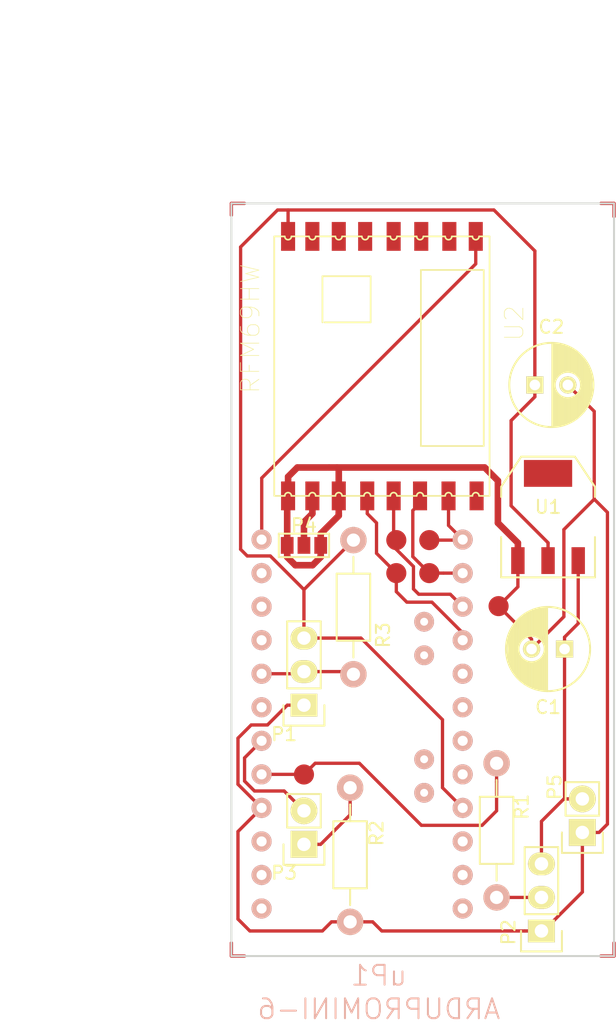
<source format=kicad_pcb>
(kicad_pcb (version 20171130) (host pcbnew "(5.1.12)-1")

  (general
    (thickness 1.6)
    (drawings 6)
    (tracks 163)
    (zones 0)
    (modules 19)
    (nets 15)
  )

  (page A4)
  (layers
    (0 F.Cu signal)
    (31 B.Cu signal)
    (32 B.Adhes user)
    (33 F.Adhes user)
    (34 B.Paste user)
    (35 F.Paste user)
    (36 B.SilkS user)
    (37 F.SilkS user)
    (38 B.Mask user)
    (39 F.Mask user)
    (40 Dwgs.User user)
    (41 Cmts.User user)
    (42 Eco1.User user)
    (43 Eco2.User user)
    (44 Edge.Cuts user)
    (45 Margin user)
    (46 B.CrtYd user)
    (47 F.CrtYd user)
    (48 B.Fab user)
    (49 F.Fab user)
  )

  (setup
    (last_trace_width 0.25)
    (trace_clearance 0.2)
    (zone_clearance 0.508)
    (zone_45_only no)
    (trace_min 0.2)
    (via_size 0.6)
    (via_drill 0.4)
    (via_min_size 0.4)
    (via_min_drill 0.3)
    (uvia_size 0.3)
    (uvia_drill 0.1)
    (uvias_allowed no)
    (uvia_min_size 0.2)
    (uvia_min_drill 0.1)
    (edge_width 0.15)
    (segment_width 0.2)
    (pcb_text_width 0.3)
    (pcb_text_size 1.5 1.5)
    (mod_edge_width 0.15)
    (mod_text_size 1 1)
    (mod_text_width 0.15)
    (pad_size 1.524 1.524)
    (pad_drill 0.762)
    (pad_to_mask_clearance 0.2)
    (aux_axis_origin 0 0)
    (visible_elements 7FFFFFFF)
    (pcbplotparams
      (layerselection 0x00030_80000001)
      (usegerberextensions false)
      (usegerberattributes true)
      (usegerberadvancedattributes true)
      (creategerberjobfile true)
      (excludeedgelayer true)
      (linewidth 1.000000)
      (plotframeref false)
      (viasonmask false)
      (mode 1)
      (useauxorigin false)
      (hpglpennumber 1)
      (hpglpenspeed 20)
      (hpglpendiameter 15.000000)
      (psnegative false)
      (psa4output false)
      (plotreference true)
      (plotvalue true)
      (plotinvisibletext false)
      (padsonsilk false)
      (subtractmaskfromsilk false)
      (outputformat 1)
      (mirror false)
      (drillshape 1)
      (scaleselection 1)
      (outputdirectory ""))
  )

  (net 0 "")
  (net 1 GND)
  (net 2 +5V)
  (net 3 "Net-(C2-Pad1)")
  (net 4 "Net-(P1-Pad2)")
  (net 5 "Net-(P2-Pad2)")
  (net 6 "Net-(P3-Pad1)")
  (net 7 "Net-(P3-Pad2)")
  (net 8 "Net-(P4-Pad2)")
  (net 9 "Net-(R1-Pad1)")
  (net 10 "Net-(U2-PadRESE)")
  (net 11 "Net-(U2-PadSCK)")
  (net 12 "Net-(U2-PadMISO)")
  (net 13 "Net-(U2-PadMOSI)")
  (net 14 "Net-(U2-PadNSS)")

  (net_class Default "This is the default net class."
    (clearance 0.2)
    (trace_width 0.25)
    (via_dia 0.6)
    (via_drill 0.4)
    (uvia_dia 0.3)
    (uvia_drill 0.1)
    (add_net +5V)
    (add_net GND)
    (add_net "Net-(C2-Pad1)")
    (add_net "Net-(P1-Pad2)")
    (add_net "Net-(P2-Pad2)")
    (add_net "Net-(P3-Pad1)")
    (add_net "Net-(P3-Pad2)")
    (add_net "Net-(P4-Pad2)")
    (add_net "Net-(R1-Pad1)")
    (add_net "Net-(U2-PadMISO)")
    (add_net "Net-(U2-PadMOSI)")
    (add_net "Net-(U2-PadNSS)")
    (add_net "Net-(U2-PadRESE)")
    (add_net "Net-(U2-PadSCK)")
  )

  (net_class RF ""
    (clearance 0.2)
    (trace_width 0.5)
    (via_dia 0.6)
    (via_drill 0.4)
    (uvia_dia 0.3)
    (uvia_drill 0.1)
  )

  (module ArduProMiniTKB:ArduProMini-6 (layer B.Cu) (tedit 5767CBCA) (tstamp 575FD055)
    (at 40.75 107.55)
    (path /575F2622)
    (fp_text reference uP1 (at 11.43 -1.27) (layer B.SilkS)
      (effects (font (size 1.5 1.5) (thickness 0.15)) (justify mirror))
    )
    (fp_text value ARDUPROMINI-6 (at 11.43 1.27) (layer B.SilkS)
      (effects (font (size 1.5 1.5) (thickness 0.15)) (justify mirror))
    )
    (pad 7 thru_hole circle (at 2.54 -6.35) (size 1.524 1.524) (drill 0.762) (layers *.Cu *.Mask B.SilkS))
    (pad 8 thru_hole circle (at 2.54 -8.89) (size 1.524 1.524) (drill 0.762) (layers *.Cu *.Mask B.SilkS))
    (pad 9 thru_hole circle (at 2.54 -11.43) (size 1.524 1.524) (drill 0.762) (layers *.Cu *.Mask B.SilkS))
    (pad 10 thru_hole circle (at 2.54 -13.97) (size 1.524 1.524) (drill 0.762) (layers *.Cu *.Mask B.SilkS)
      (net 1 GND))
    (pad 11 thru_hole circle (at 2.54 -16.51) (size 1.524 1.524) (drill 0.762) (layers *.Cu *.Mask B.SilkS)
      (net 9 "Net-(R1-Pad1)"))
    (pad 12 thru_hole circle (at 2.54 -19.05) (size 1.524 1.524) (drill 0.762) (layers *.Cu *.Mask B.SilkS)
      (net 7 "Net-(P3-Pad2)"))
    (pad 13 thru_hole circle (at 2.54 -21.59) (size 1.524 1.524) (drill 0.762) (layers *.Cu *.Mask B.SilkS))
    (pad 14 thru_hole circle (at 2.54 -24.13) (size 1.524 1.524) (drill 0.762) (layers *.Cu *.Mask B.SilkS)
      (net 4 "Net-(P1-Pad2)"))
    (pad 15 thru_hole circle (at 2.54 -26.67) (size 1.524 1.524) (drill 0.762) (layers *.Cu *.Mask B.SilkS))
    (pad 16 thru_hole circle (at 2.54 -29.21) (size 1.524 1.524) (drill 0.762) (layers *.Cu *.Mask B.SilkS))
    (pad 17 thru_hole circle (at 2.54 -31.75) (size 1.524 1.524) (drill 0.762) (layers *.Cu *.Mask B.SilkS))
    (pad 18 thru_hole circle (at 2.54 -34.29) (size 1.524 1.524) (drill 0.762) (layers *.Cu *.Mask B.SilkS)
      (net 10 "Net-(U2-PadRESE)"))
    (pad 19 thru_hole circle (at 17.78 -6.35) (size 1.524 1.524) (drill 0.762) (layers *.Cu *.Mask B.SilkS))
    (pad 20 thru_hole circle (at 17.78 -8.89) (size 1.524 1.524) (drill 0.762) (layers *.Cu *.Mask B.SilkS))
    (pad 21 thru_hole circle (at 17.78 -11.43) (size 1.524 1.524) (drill 0.762) (layers *.Cu *.Mask B.SilkS))
    (pad 22 thru_hole circle (at 17.78 -13.97) (size 1.524 1.524) (drill 0.762) (layers *.Cu *.Mask B.SilkS)
      (net 3 "Net-(C2-Pad1)"))
    (pad 23 thru_hole circle (at 17.78 -16.51) (size 1.524 1.524) (drill 0.762) (layers *.Cu *.Mask B.SilkS))
    (pad 24 thru_hole circle (at 17.78 -19.05) (size 1.524 1.524) (drill 0.762) (layers *.Cu *.Mask B.SilkS))
    (pad 25 thru_hole circle (at 17.78 -21.59) (size 1.524 1.524) (drill 0.762) (layers *.Cu *.Mask B.SilkS))
    (pad 26 thru_hole circle (at 17.78 -24.13) (size 1.524 1.524) (drill 0.762) (layers *.Cu *.Mask B.SilkS))
    (pad 27 thru_hole circle (at 17.78 -26.67) (size 1.524 1.524) (drill 0.762) (layers *.Cu *.Mask B.SilkS)
      (net 11 "Net-(U2-PadSCK)"))
    (pad 28 thru_hole circle (at 17.78 -29.21) (size 1.524 1.524) (drill 0.762) (layers *.Cu *.Mask B.SilkS)
      (net 12 "Net-(U2-PadMISO)"))
    (pad 29 thru_hole circle (at 17.78 -31.75) (size 1.524 1.524) (drill 0.762) (layers *.Cu *.Mask B.SilkS)
      (net 13 "Net-(U2-PadMOSI)"))
    (pad 30 thru_hole circle (at 17.78 -34.29) (size 1.524 1.524) (drill 0.762) (layers *.Cu *.Mask B.SilkS)
      (net 14 "Net-(U2-PadNSS)"))
    (pad 31 thru_hole circle (at 14.859 -15.113) (size 1.5 1.5) (drill 0.6) (layers *.Cu *.Mask B.SilkS))
    (pad 32 thru_hole circle (at 14.859 -17.653) (size 1.5 1.5) (drill 0.6) (layers *.Cu *.Mask B.SilkS))
    (pad 34 thru_hole circle (at 14.859 -25.527) (size 1.5 1.5) (drill 0.6) (layers *.Cu *.Mask B.SilkS))
    (pad 35 thru_hole circle (at 14.859 -28.067) (size 1.5 1.5) (drill 0.6) (layers *.Cu *.Mask B.SilkS))
  )

  (module Measurement_Points:Measurement_Point_Round-SMD-Pad_Small (layer F.Cu) (tedit 5767CDD2) (tstamp 575FD069)
    (at 53.5 73.3)
    (descr "Mesurement Point, Round, SMD Pad, DM 1.5mm,")
    (tags "Mesurement Point, Round, SMD Pad, DM 1.5mm,")
    (path /575FCAC3)
    (fp_text reference "" (at 0 -1.3) (layer F.SilkS)
      (effects (font (size 1 1) (thickness 0.15)))
    )
    (fp_text value "" (at -1.5 4.2 90) (layer F.Fab)
      (effects (font (size 1 1) (thickness 0.15)))
    )
    (pad 1 smd circle (at 0 0) (size 1.524 1.524) (layers F.Cu F.Paste F.Mask)
      (net 12 "Net-(U2-PadMISO)"))
  )

  (module Resistors_ThroughHole:Resistor_Horizontal_RM10mm (layer F.Cu) (tedit 5767CCAF) (tstamp 575FD00D)
    (at 61.1 90.2 270)
    (descr "Resistor, Axial,  RM 10mm, 1/3W")
    (tags "Resistor Axial RM 10mm 1/3W")
    (path /575FC5F1)
    (fp_text reference R1 (at 3.3 -1.9 270) (layer F.SilkS)
      (effects (font (size 1 1) (thickness 0.15)))
    )
    (fp_text value 470 (at 5.3 0.1 270) (layer F.Fab)
      (effects (font (size 1 1) (thickness 0.15)))
    )
    (fp_line (start 7.62 0) (end 8.89 0) (layer F.SilkS) (width 0.15))
    (fp_line (start 2.54 0) (end 1.27 0) (layer F.SilkS) (width 0.15))
    (fp_line (start 2.54 1.27) (end 2.54 -1.27) (layer F.SilkS) (width 0.15))
    (fp_line (start 7.62 1.27) (end 2.54 1.27) (layer F.SilkS) (width 0.15))
    (fp_line (start 7.62 -1.27) (end 7.62 1.27) (layer F.SilkS) (width 0.15))
    (fp_line (start 2.54 -1.27) (end 7.62 -1.27) (layer F.SilkS) (width 0.15))
    (fp_line (start -1.25 1.5) (end 11.4 1.5) (layer F.CrtYd) (width 0.05))
    (fp_line (start 11.4 -1.5) (end 11.4 1.5) (layer F.CrtYd) (width 0.05))
    (fp_line (start -1.25 1.5) (end -1.25 -1.5) (layer F.CrtYd) (width 0.05))
    (fp_line (start -1.25 -1.5) (end 11.4 -1.5) (layer F.CrtYd) (width 0.05))
    (pad 1 thru_hole circle (at 0 0 270) (size 1.99898 1.99898) (drill 1.00076) (layers *.Cu *.SilkS *.Mask)
      (net 9 "Net-(R1-Pad1)"))
    (pad 2 thru_hole circle (at 10.16 0 270) (size 1.99898 1.99898) (drill 1.00076) (layers *.Cu *.SilkS *.Mask)
      (net 5 "Net-(P2-Pad2)"))
    (model Resistors_ThroughHole.3dshapes/Resistor_Horizontal_RM10mm.wrl
      (at (xyz 0 0 0))
      (scale (xyz 0.4 0.4 0.4))
      (rotate (xyz 0 0 0))
    )
  )

  (module Pin_Headers:Pin_Header_Straight_1x03 (layer F.Cu) (tedit 5767CC99) (tstamp 575FCFF5)
    (at 64.5 102.9 180)
    (descr "Through hole pin header")
    (tags "pin header")
    (path /575FC5BE)
    (fp_text reference P2 (at 2.5 -0.1 90) (layer F.SilkS)
      (effects (font (size 1 1) (thickness 0.15)))
    )
    (fp_text value CONN_PIR (at -2.5 1.9 270) (layer F.Fab)
      (effects (font (size 1 1) (thickness 0.15)))
    )
    (fp_line (start -1.55 -1.55) (end 1.55 -1.55) (layer F.SilkS) (width 0.15))
    (fp_line (start -1.55 0) (end -1.55 -1.55) (layer F.SilkS) (width 0.15))
    (fp_line (start 1.27 1.27) (end -1.27 1.27) (layer F.SilkS) (width 0.15))
    (fp_line (start 1.55 -1.55) (end 1.55 0) (layer F.SilkS) (width 0.15))
    (fp_line (start 1.27 6.35) (end 1.27 1.27) (layer F.SilkS) (width 0.15))
    (fp_line (start -1.27 6.35) (end 1.27 6.35) (layer F.SilkS) (width 0.15))
    (fp_line (start -1.27 1.27) (end -1.27 6.35) (layer F.SilkS) (width 0.15))
    (fp_line (start -1.75 6.85) (end 1.75 6.85) (layer F.CrtYd) (width 0.05))
    (fp_line (start -1.75 -1.75) (end 1.75 -1.75) (layer F.CrtYd) (width 0.05))
    (fp_line (start 1.75 -1.75) (end 1.75 6.85) (layer F.CrtYd) (width 0.05))
    (fp_line (start -1.75 -1.75) (end -1.75 6.85) (layer F.CrtYd) (width 0.05))
    (pad 1 thru_hole rect (at 0 0 180) (size 2.032 1.7272) (drill 1.016) (layers *.Cu *.Mask F.SilkS)
      (net 1 GND))
    (pad 2 thru_hole oval (at 0 2.54 180) (size 2.032 1.7272) (drill 1.016) (layers *.Cu *.Mask F.SilkS)
      (net 5 "Net-(P2-Pad2)"))
    (pad 3 thru_hole oval (at 0 5.08 180) (size 2.032 1.7272) (drill 1.016) (layers *.Cu *.Mask F.SilkS)
      (net 2 +5V))
    (model Pin_Headers.3dshapes/Pin_Header_Straight_1x03.wrl
      (offset (xyz 0 -2.539999961853027 0))
      (scale (xyz 1 1 1))
      (rotate (xyz 0 0 90))
    )
  )

  (module Capacitors_ThroughHole:C_Radial_D6.3_L11.2_P2.5 (layer F.Cu) (tedit 0) (tstamp 575FCFE1)
    (at 66.25 81.55 180)
    (descr "Radial Electrolytic Capacitor, Diameter 6.3mm x Length 11.2mm, Pitch 2.5mm")
    (tags "Electrolytic Capacitor")
    (path /575FBCE7)
    (fp_text reference C1 (at 1.25 -4.4 180) (layer F.SilkS)
      (effects (font (size 1 1) (thickness 0.15)))
    )
    (fp_text value 10uF (at 1.25 4.4 180) (layer F.Fab)
      (effects (font (size 1 1) (thickness 0.15)))
    )
    (fp_circle (center 1.25 0) (end 1.25 -3.4) (layer F.CrtYd) (width 0.05))
    (fp_circle (center 1.25 0) (end 1.25 -3.1875) (layer F.SilkS) (width 0.15))
    (fp_circle (center 2.5 0) (end 2.5 -1) (layer F.SilkS) (width 0.15))
    (fp_line (start 4.265 -0.912) (end 4.265 0.912) (layer F.SilkS) (width 0.15))
    (fp_line (start 4.125 -1.287) (end 4.125 1.287) (layer F.SilkS) (width 0.15))
    (fp_line (start 3.985 -1.563) (end 3.985 1.563) (layer F.SilkS) (width 0.15))
    (fp_line (start 3.845 -1.786) (end 3.845 1.786) (layer F.SilkS) (width 0.15))
    (fp_line (start 3.705 -1.974) (end 3.705 1.974) (layer F.SilkS) (width 0.15))
    (fp_line (start 3.565 -2.136) (end 3.565 2.136) (layer F.SilkS) (width 0.15))
    (fp_line (start 3.425 0.38) (end 3.425 2.279) (layer F.SilkS) (width 0.15))
    (fp_line (start 3.425 -2.279) (end 3.425 -0.38) (layer F.SilkS) (width 0.15))
    (fp_line (start 3.285 0.619) (end 3.285 2.404) (layer F.SilkS) (width 0.15))
    (fp_line (start 3.285 -2.404) (end 3.285 -0.619) (layer F.SilkS) (width 0.15))
    (fp_line (start 3.145 0.764) (end 3.145 2.516) (layer F.SilkS) (width 0.15))
    (fp_line (start 3.145 -2.516) (end 3.145 -0.764) (layer F.SilkS) (width 0.15))
    (fp_line (start 3.005 0.863) (end 3.005 2.616) (layer F.SilkS) (width 0.15))
    (fp_line (start 3.005 -2.616) (end 3.005 -0.863) (layer F.SilkS) (width 0.15))
    (fp_line (start 2.865 0.931) (end 2.865 2.704) (layer F.SilkS) (width 0.15))
    (fp_line (start 2.865 -2.704) (end 2.865 -0.931) (layer F.SilkS) (width 0.15))
    (fp_line (start 2.725 0.974) (end 2.725 2.783) (layer F.SilkS) (width 0.15))
    (fp_line (start 2.725 -2.783) (end 2.725 -0.974) (layer F.SilkS) (width 0.15))
    (fp_line (start 2.585 0.996) (end 2.585 2.853) (layer F.SilkS) (width 0.15))
    (fp_line (start 2.585 -2.853) (end 2.585 -0.996) (layer F.SilkS) (width 0.15))
    (fp_line (start 2.445 0.998) (end 2.445 2.915) (layer F.SilkS) (width 0.15))
    (fp_line (start 2.445 -2.915) (end 2.445 -0.998) (layer F.SilkS) (width 0.15))
    (fp_line (start 2.305 0.981) (end 2.305 2.968) (layer F.SilkS) (width 0.15))
    (fp_line (start 2.305 -2.968) (end 2.305 -0.981) (layer F.SilkS) (width 0.15))
    (fp_line (start 2.165 0.942) (end 2.165 3.014) (layer F.SilkS) (width 0.15))
    (fp_line (start 2.165 -3.014) (end 2.165 -0.942) (layer F.SilkS) (width 0.15))
    (fp_line (start 2.025 0.88) (end 2.025 3.053) (layer F.SilkS) (width 0.15))
    (fp_line (start 2.025 -3.053) (end 2.025 -0.88) (layer F.SilkS) (width 0.15))
    (fp_line (start 1.885 0.789) (end 1.885 3.085) (layer F.SilkS) (width 0.15))
    (fp_line (start 1.885 -3.085) (end 1.885 -0.789) (layer F.SilkS) (width 0.15))
    (fp_line (start 1.745 0.656) (end 1.745 3.111) (layer F.SilkS) (width 0.15))
    (fp_line (start 1.745 -3.111) (end 1.745 -0.656) (layer F.SilkS) (width 0.15))
    (fp_line (start 1.605 0.446) (end 1.605 3.13) (layer F.SilkS) (width 0.15))
    (fp_line (start 1.605 -3.13) (end 1.605 -0.446) (layer F.SilkS) (width 0.15))
    (fp_line (start 1.465 -3.143) (end 1.465 3.143) (layer F.SilkS) (width 0.15))
    (fp_line (start 1.325 -3.149) (end 1.325 3.149) (layer F.SilkS) (width 0.15))
    (pad 2 thru_hole circle (at 2.5 0 180) (size 1.3 1.3) (drill 0.8) (layers *.Cu *.Mask F.SilkS)
      (net 1 GND))
    (pad 1 thru_hole rect (at 0 0 180) (size 1.3 1.3) (drill 0.8) (layers *.Cu *.Mask F.SilkS)
      (net 2 +5V))
    (model Capacitors_ThroughHole.3dshapes/C_Radial_D6.3_L11.2_P2.5.wrl
      (at (xyz 0 0 0))
      (scale (xyz 1 1 1))
      (rotate (xyz 0 0 0))
    )
  )

  (module Capacitors_ThroughHole:C_Radial_D6.3_L11.2_P2.5 (layer F.Cu) (tedit 0) (tstamp 575FCFE7)
    (at 64 61.55)
    (descr "Radial Electrolytic Capacitor, Diameter 6.3mm x Length 11.2mm, Pitch 2.5mm")
    (tags "Electrolytic Capacitor")
    (path /575FBD81)
    (fp_text reference C2 (at 1.25 -4.4) (layer F.SilkS)
      (effects (font (size 1 1) (thickness 0.15)))
    )
    (fp_text value 100uF (at 1.25 4.4) (layer F.Fab)
      (effects (font (size 1 1) (thickness 0.15)))
    )
    (fp_circle (center 1.25 0) (end 1.25 -3.4) (layer F.CrtYd) (width 0.05))
    (fp_circle (center 1.25 0) (end 1.25 -3.1875) (layer F.SilkS) (width 0.15))
    (fp_circle (center 2.5 0) (end 2.5 -1) (layer F.SilkS) (width 0.15))
    (fp_line (start 4.265 -0.912) (end 4.265 0.912) (layer F.SilkS) (width 0.15))
    (fp_line (start 4.125 -1.287) (end 4.125 1.287) (layer F.SilkS) (width 0.15))
    (fp_line (start 3.985 -1.563) (end 3.985 1.563) (layer F.SilkS) (width 0.15))
    (fp_line (start 3.845 -1.786) (end 3.845 1.786) (layer F.SilkS) (width 0.15))
    (fp_line (start 3.705 -1.974) (end 3.705 1.974) (layer F.SilkS) (width 0.15))
    (fp_line (start 3.565 -2.136) (end 3.565 2.136) (layer F.SilkS) (width 0.15))
    (fp_line (start 3.425 0.38) (end 3.425 2.279) (layer F.SilkS) (width 0.15))
    (fp_line (start 3.425 -2.279) (end 3.425 -0.38) (layer F.SilkS) (width 0.15))
    (fp_line (start 3.285 0.619) (end 3.285 2.404) (layer F.SilkS) (width 0.15))
    (fp_line (start 3.285 -2.404) (end 3.285 -0.619) (layer F.SilkS) (width 0.15))
    (fp_line (start 3.145 0.764) (end 3.145 2.516) (layer F.SilkS) (width 0.15))
    (fp_line (start 3.145 -2.516) (end 3.145 -0.764) (layer F.SilkS) (width 0.15))
    (fp_line (start 3.005 0.863) (end 3.005 2.616) (layer F.SilkS) (width 0.15))
    (fp_line (start 3.005 -2.616) (end 3.005 -0.863) (layer F.SilkS) (width 0.15))
    (fp_line (start 2.865 0.931) (end 2.865 2.704) (layer F.SilkS) (width 0.15))
    (fp_line (start 2.865 -2.704) (end 2.865 -0.931) (layer F.SilkS) (width 0.15))
    (fp_line (start 2.725 0.974) (end 2.725 2.783) (layer F.SilkS) (width 0.15))
    (fp_line (start 2.725 -2.783) (end 2.725 -0.974) (layer F.SilkS) (width 0.15))
    (fp_line (start 2.585 0.996) (end 2.585 2.853) (layer F.SilkS) (width 0.15))
    (fp_line (start 2.585 -2.853) (end 2.585 -0.996) (layer F.SilkS) (width 0.15))
    (fp_line (start 2.445 0.998) (end 2.445 2.915) (layer F.SilkS) (width 0.15))
    (fp_line (start 2.445 -2.915) (end 2.445 -0.998) (layer F.SilkS) (width 0.15))
    (fp_line (start 2.305 0.981) (end 2.305 2.968) (layer F.SilkS) (width 0.15))
    (fp_line (start 2.305 -2.968) (end 2.305 -0.981) (layer F.SilkS) (width 0.15))
    (fp_line (start 2.165 0.942) (end 2.165 3.014) (layer F.SilkS) (width 0.15))
    (fp_line (start 2.165 -3.014) (end 2.165 -0.942) (layer F.SilkS) (width 0.15))
    (fp_line (start 2.025 0.88) (end 2.025 3.053) (layer F.SilkS) (width 0.15))
    (fp_line (start 2.025 -3.053) (end 2.025 -0.88) (layer F.SilkS) (width 0.15))
    (fp_line (start 1.885 0.789) (end 1.885 3.085) (layer F.SilkS) (width 0.15))
    (fp_line (start 1.885 -3.085) (end 1.885 -0.789) (layer F.SilkS) (width 0.15))
    (fp_line (start 1.745 0.656) (end 1.745 3.111) (layer F.SilkS) (width 0.15))
    (fp_line (start 1.745 -3.111) (end 1.745 -0.656) (layer F.SilkS) (width 0.15))
    (fp_line (start 1.605 0.446) (end 1.605 3.13) (layer F.SilkS) (width 0.15))
    (fp_line (start 1.605 -3.13) (end 1.605 -0.446) (layer F.SilkS) (width 0.15))
    (fp_line (start 1.465 -3.143) (end 1.465 3.143) (layer F.SilkS) (width 0.15))
    (fp_line (start 1.325 -3.149) (end 1.325 3.149) (layer F.SilkS) (width 0.15))
    (pad 2 thru_hole circle (at 2.5 0) (size 1.3 1.3) (drill 0.8) (layers *.Cu *.Mask F.SilkS)
      (net 1 GND))
    (pad 1 thru_hole rect (at 0 0) (size 1.3 1.3) (drill 0.8) (layers *.Cu *.Mask F.SilkS)
      (net 3 "Net-(C2-Pad1)"))
    (model Capacitors_ThroughHole.3dshapes/C_Radial_D6.3_L11.2_P2.5.wrl
      (at (xyz 0 0 0))
      (scale (xyz 1 1 1))
      (rotate (xyz 0 0 0))
    )
  )

  (module Pin_Headers:Pin_Header_Straight_1x03 (layer F.Cu) (tedit 5767CD63) (tstamp 575FCFEE)
    (at 46.5 85.8 180)
    (descr "Through hole pin header")
    (tags "pin header")
    (path /575FBFBE)
    (fp_text reference P1 (at 1.5 -2.2 180) (layer F.SilkS)
      (effects (font (size 1 1) (thickness 0.15)))
    )
    (fp_text value 1WIRE (at -1.5 -2.2 180) (layer F.Fab)
      (effects (font (size 1 1) (thickness 0.15)))
    )
    (fp_line (start -1.55 -1.55) (end 1.55 -1.55) (layer F.SilkS) (width 0.15))
    (fp_line (start -1.55 0) (end -1.55 -1.55) (layer F.SilkS) (width 0.15))
    (fp_line (start 1.27 1.27) (end -1.27 1.27) (layer F.SilkS) (width 0.15))
    (fp_line (start 1.55 -1.55) (end 1.55 0) (layer F.SilkS) (width 0.15))
    (fp_line (start 1.27 6.35) (end 1.27 1.27) (layer F.SilkS) (width 0.15))
    (fp_line (start -1.27 6.35) (end 1.27 6.35) (layer F.SilkS) (width 0.15))
    (fp_line (start -1.27 1.27) (end -1.27 6.35) (layer F.SilkS) (width 0.15))
    (fp_line (start -1.75 6.85) (end 1.75 6.85) (layer F.CrtYd) (width 0.05))
    (fp_line (start -1.75 -1.75) (end 1.75 -1.75) (layer F.CrtYd) (width 0.05))
    (fp_line (start 1.75 -1.75) (end 1.75 6.85) (layer F.CrtYd) (width 0.05))
    (fp_line (start -1.75 -1.75) (end -1.75 6.85) (layer F.CrtYd) (width 0.05))
    (pad 1 thru_hole rect (at 0 0 180) (size 2.032 1.7272) (drill 1.016) (layers *.Cu *.Mask F.SilkS)
      (net 1 GND))
    (pad 2 thru_hole oval (at 0 2.54 180) (size 2.032 1.7272) (drill 1.016) (layers *.Cu *.Mask F.SilkS)
      (net 4 "Net-(P1-Pad2)"))
    (pad 3 thru_hole oval (at 0 5.08 180) (size 2.032 1.7272) (drill 1.016) (layers *.Cu *.Mask F.SilkS)
      (net 3 "Net-(C2-Pad1)"))
    (model Pin_Headers.3dshapes/Pin_Header_Straight_1x03.wrl
      (offset (xyz 0 -2.539999961853027 0))
      (scale (xyz 1 1 1))
      (rotate (xyz 0 0 90))
    )
  )

  (module Pin_Headers:Pin_Header_Straight_1x02 (layer F.Cu) (tedit 5767CD78) (tstamp 575FCFFB)
    (at 46.5 96.34 180)
    (descr "Through hole pin header")
    (tags "pin header")
    (path /575FC228)
    (fp_text reference P3 (at 1.5 -2.16 180) (layer F.SilkS)
      (effects (font (size 1 1) (thickness 0.15)))
    )
    (fp_text value MTR (at -1 -2.16 180) (layer F.Fab)
      (effects (font (size 1 1) (thickness 0.15)))
    )
    (fp_line (start -1.27 3.81) (end 1.27 3.81) (layer F.SilkS) (width 0.15))
    (fp_line (start -1.27 1.27) (end -1.27 3.81) (layer F.SilkS) (width 0.15))
    (fp_line (start -1.55 -1.55) (end 1.55 -1.55) (layer F.SilkS) (width 0.15))
    (fp_line (start -1.55 0) (end -1.55 -1.55) (layer F.SilkS) (width 0.15))
    (fp_line (start 1.27 1.27) (end -1.27 1.27) (layer F.SilkS) (width 0.15))
    (fp_line (start -1.75 4.3) (end 1.75 4.3) (layer F.CrtYd) (width 0.05))
    (fp_line (start -1.75 -1.75) (end 1.75 -1.75) (layer F.CrtYd) (width 0.05))
    (fp_line (start 1.75 -1.75) (end 1.75 4.3) (layer F.CrtYd) (width 0.05))
    (fp_line (start -1.75 -1.75) (end -1.75 4.3) (layer F.CrtYd) (width 0.05))
    (fp_line (start 1.55 -1.55) (end 1.55 0) (layer F.SilkS) (width 0.15))
    (fp_line (start 1.27 1.27) (end 1.27 3.81) (layer F.SilkS) (width 0.15))
    (pad 1 thru_hole rect (at 0 0 180) (size 2.032 2.032) (drill 1.016) (layers *.Cu *.Mask F.SilkS)
      (net 6 "Net-(P3-Pad1)"))
    (pad 2 thru_hole oval (at 0 2.54 180) (size 2.032 2.032) (drill 1.016) (layers *.Cu *.Mask F.SilkS)
      (net 7 "Net-(P3-Pad2)"))
    (model Pin_Headers.3dshapes/Pin_Header_Straight_1x02.wrl
      (offset (xyz 0 -1.269999980926514 0))
      (scale (xyz 1 1 1))
      (rotate (xyz 0 0 90))
    )
  )

  (module Pin_Headers:Pin_Header_Straight_1x02 (layer F.Cu) (tedit 5767CC86) (tstamp 575FD007)
    (at 67.6 95.44 180)
    (descr "Through hole pin header")
    (tags "pin header")
    (path /575FD2E0)
    (fp_text reference P5 (at 2.1 3.44 270) (layer F.SilkS)
      (effects (font (size 1 1) (thickness 0.15)))
    )
    (fp_text value CONN_PWR (at -0.4 7.94 270) (layer F.Fab)
      (effects (font (size 1 1) (thickness 0.15)))
    )
    (fp_line (start -1.27 3.81) (end 1.27 3.81) (layer F.SilkS) (width 0.15))
    (fp_line (start -1.27 1.27) (end -1.27 3.81) (layer F.SilkS) (width 0.15))
    (fp_line (start -1.55 -1.55) (end 1.55 -1.55) (layer F.SilkS) (width 0.15))
    (fp_line (start -1.55 0) (end -1.55 -1.55) (layer F.SilkS) (width 0.15))
    (fp_line (start 1.27 1.27) (end -1.27 1.27) (layer F.SilkS) (width 0.15))
    (fp_line (start -1.75 4.3) (end 1.75 4.3) (layer F.CrtYd) (width 0.05))
    (fp_line (start -1.75 -1.75) (end 1.75 -1.75) (layer F.CrtYd) (width 0.05))
    (fp_line (start 1.75 -1.75) (end 1.75 4.3) (layer F.CrtYd) (width 0.05))
    (fp_line (start -1.75 -1.75) (end -1.75 4.3) (layer F.CrtYd) (width 0.05))
    (fp_line (start 1.55 -1.55) (end 1.55 0) (layer F.SilkS) (width 0.15))
    (fp_line (start 1.27 1.27) (end 1.27 3.81) (layer F.SilkS) (width 0.15))
    (pad 1 thru_hole rect (at 0 0 180) (size 2.032 2.032) (drill 1.016) (layers *.Cu *.Mask F.SilkS)
      (net 1 GND))
    (pad 2 thru_hole oval (at 0 2.54 180) (size 2.032 2.032) (drill 1.016) (layers *.Cu *.Mask F.SilkS)
      (net 2 +5V))
    (model Pin_Headers.3dshapes/Pin_Header_Straight_1x02.wrl
      (offset (xyz 0 -1.269999980926514 0))
      (scale (xyz 1 1 1))
      (rotate (xyz 0 0 90))
    )
  )

  (module Resistors_ThroughHole:Resistor_Horizontal_RM10mm (layer F.Cu) (tedit 5767CCB9) (tstamp 575FD013)
    (at 50 102.21 90)
    (descr "Resistor, Axial,  RM 10mm, 1/3W")
    (tags "Resistor Axial RM 10mm 1/3W")
    (path /575FC3E8)
    (fp_text reference R2 (at 6.71 2 90) (layer F.SilkS)
      (effects (font (size 1 1) (thickness 0.15)))
    )
    (fp_text value 470 (at 5.21 0 90) (layer F.Fab)
      (effects (font (size 1 1) (thickness 0.15)))
    )
    (fp_line (start 7.62 0) (end 8.89 0) (layer F.SilkS) (width 0.15))
    (fp_line (start 2.54 0) (end 1.27 0) (layer F.SilkS) (width 0.15))
    (fp_line (start 2.54 1.27) (end 2.54 -1.27) (layer F.SilkS) (width 0.15))
    (fp_line (start 7.62 1.27) (end 2.54 1.27) (layer F.SilkS) (width 0.15))
    (fp_line (start 7.62 -1.27) (end 7.62 1.27) (layer F.SilkS) (width 0.15))
    (fp_line (start 2.54 -1.27) (end 7.62 -1.27) (layer F.SilkS) (width 0.15))
    (fp_line (start -1.25 1.5) (end 11.4 1.5) (layer F.CrtYd) (width 0.05))
    (fp_line (start 11.4 -1.5) (end 11.4 1.5) (layer F.CrtYd) (width 0.05))
    (fp_line (start -1.25 1.5) (end -1.25 -1.5) (layer F.CrtYd) (width 0.05))
    (fp_line (start -1.25 -1.5) (end 11.4 -1.5) (layer F.CrtYd) (width 0.05))
    (pad 1 thru_hole circle (at 0 0 90) (size 1.99898 1.99898) (drill 1.00076) (layers *.Cu *.SilkS *.Mask)
      (net 1 GND))
    (pad 2 thru_hole circle (at 10.16 0 90) (size 1.99898 1.99898) (drill 1.00076) (layers *.Cu *.SilkS *.Mask)
      (net 6 "Net-(P3-Pad1)"))
    (model Resistors_ThroughHole.3dshapes/Resistor_Horizontal_RM10mm.wrl
      (at (xyz 0 0 0))
      (scale (xyz 0.4 0.4 0.4))
      (rotate (xyz 0 0 0))
    )
  )

  (module Resistors_ThroughHole:Resistor_Horizontal_RM10mm (layer F.Cu) (tedit 5767CDEE) (tstamp 575FD019)
    (at 50.25 73.3 270)
    (descr "Resistor, Axial,  RM 10mm, 1/3W")
    (tags "Resistor Axial RM 10mm 1/3W")
    (path /575FC07B)
    (fp_text reference R3 (at 7.2 -2.25 270) (layer F.SilkS)
      (effects (font (size 1 1) (thickness 0.15)))
    )
    (fp_text value 2.2k (at 5.2 0.25 270) (layer F.Fab)
      (effects (font (size 1 1) (thickness 0.15)))
    )
    (fp_line (start 7.62 0) (end 8.89 0) (layer F.SilkS) (width 0.15))
    (fp_line (start 2.54 0) (end 1.27 0) (layer F.SilkS) (width 0.15))
    (fp_line (start 2.54 1.27) (end 2.54 -1.27) (layer F.SilkS) (width 0.15))
    (fp_line (start 7.62 1.27) (end 2.54 1.27) (layer F.SilkS) (width 0.15))
    (fp_line (start 7.62 -1.27) (end 7.62 1.27) (layer F.SilkS) (width 0.15))
    (fp_line (start 2.54 -1.27) (end 7.62 -1.27) (layer F.SilkS) (width 0.15))
    (fp_line (start -1.25 1.5) (end 11.4 1.5) (layer F.CrtYd) (width 0.05))
    (fp_line (start 11.4 -1.5) (end 11.4 1.5) (layer F.CrtYd) (width 0.05))
    (fp_line (start -1.25 1.5) (end -1.25 -1.5) (layer F.CrtYd) (width 0.05))
    (fp_line (start -1.25 -1.5) (end 11.4 -1.5) (layer F.CrtYd) (width 0.05))
    (pad 1 thru_hole circle (at 0 0 270) (size 1.99898 1.99898) (drill 1.00076) (layers *.Cu *.SilkS *.Mask)
      (net 3 "Net-(C2-Pad1)"))
    (pad 2 thru_hole circle (at 10.16 0 270) (size 1.99898 1.99898) (drill 1.00076) (layers *.Cu *.SilkS *.Mask)
      (net 4 "Net-(P1-Pad2)"))
    (model Resistors_ThroughHole.3dshapes/Resistor_Horizontal_RM10mm.wrl
      (at (xyz 0 0 0))
      (scale (xyz 0.4 0.4 0.4))
      (rotate (xyz 0 0 0))
    )
  )

  (module TO_SOT_Packages_SMD:SOT-223 (layer F.Cu) (tedit 0) (tstamp 575FD021)
    (at 65 71.55)
    (descr "module CMS SOT223 4 pins")
    (tags "CMS SOT")
    (path /575FB9AF)
    (attr smd)
    (fp_text reference U1 (at 0 -0.762) (layer F.SilkS)
      (effects (font (size 1 1) (thickness 0.15)))
    )
    (fp_text value AP1117D33 (at 0 0.762) (layer F.Fab)
      (effects (font (size 1 1) (thickness 0.15)))
    )
    (fp_line (start 3.556 -2.286) (end 3.556 -1.524) (layer F.SilkS) (width 0.15))
    (fp_line (start 2.032 -4.572) (end 3.556 -2.286) (layer F.SilkS) (width 0.15))
    (fp_line (start -2.032 -4.572) (end 2.032 -4.572) (layer F.SilkS) (width 0.15))
    (fp_line (start -3.556 -2.286) (end -2.032 -4.572) (layer F.SilkS) (width 0.15))
    (fp_line (start -3.556 -1.524) (end -3.556 -2.286) (layer F.SilkS) (width 0.15))
    (fp_line (start 3.556 4.572) (end 3.556 1.524) (layer F.SilkS) (width 0.15))
    (fp_line (start -3.556 4.572) (end 3.556 4.572) (layer F.SilkS) (width 0.15))
    (fp_line (start -3.556 1.524) (end -3.556 4.572) (layer F.SilkS) (width 0.15))
    (pad 4 smd rect (at 0 -3.302) (size 3.6576 2.032) (layers F.Cu F.Paste F.Mask))
    (pad 2 smd rect (at 0 3.302) (size 1.016 2.032) (layers F.Cu F.Paste F.Mask)
      (net 3 "Net-(C2-Pad1)"))
    (pad 3 smd rect (at 2.286 3.302) (size 1.016 2.032) (layers F.Cu F.Paste F.Mask)
      (net 2 +5V))
    (pad 1 smd rect (at -2.286 3.302) (size 1.016 2.032) (layers F.Cu F.Paste F.Mask)
      (net 1 GND))
    (model TO_SOT_Packages_SMD.3dshapes/SOT-223.wrl
      (at (xyz 0 0 0))
      (scale (xyz 0.4 0.4 0.4))
      (rotate (xyz 0 0 0))
    )
  )

  (module RFM69HW:RFM (layer F.Cu) (tedit 0) (tstamp 575FD035)
    (at 44.25 50.3 270)
    (path /575F24C0)
    (solder_mask_margin 0.1)
    (attr smd)
    (fp_text reference U2 (at 6.57225 -18.1928 270) (layer F.SilkS)
      (effects (font (size 1.4 1.4) (thickness 0.05)))
    )
    (fp_text value RFM69HW (at 6.985 1.80975 270) (layer F.SilkS)
      (effects (font (size 1.4 1.4) (thickness 0.05)))
    )
    (fp_line (start 6.50875 -7.3025) (end 3.01625 -7.3025) (layer F.SilkS) (width 0.127))
    (fp_line (start 6.50875 -3.81) (end 6.50875 -7.3025) (layer F.SilkS) (width 0.127))
    (fp_line (start 3.01625 -3.65125) (end 6.50875 -3.65125) (layer F.SilkS) (width 0.127))
    (fp_line (start 3.01625 -7.3025) (end 3.01625 -3.65125) (layer F.SilkS) (width 0.127))
    (fp_line (start 15.875 -15.875) (end 2.54 -15.875) (layer F.SilkS) (width 0.127))
    (fp_line (start 15.875 -11.1125) (end 15.875 -15.875) (layer F.SilkS) (width 0.127))
    (fp_line (start 2.54 -11.1125) (end 15.875 -11.1125) (layer F.SilkS) (width 0.127))
    (fp_line (start 2.54 -15.875) (end 2.54 -11.1125) (layer F.SilkS) (width 0.127))
    (fp_line (start 19.6513 -15.52) (end 19.6513 -16.3175) (layer F.SilkS) (width 0.127))
    (fp_line (start 19.6513 -13.4563) (end 19.6513 -15.02) (layer F.SilkS) (width 0.127))
    (fp_line (start 19.6513 -11.2975) (end 19.6513 -12.9563) (layer F.SilkS) (width 0.127))
    (fp_line (start 19.6513 -9.2975) (end 19.6513 -10.7975) (layer F.SilkS) (width 0.127))
    (fp_line (start 19.6513 -7.2975) (end 19.6513 -8.7975) (layer F.SilkS) (width 0.127))
    (fp_line (start 19.6513 -5.13875) (end 19.6513 -6.7975) (layer F.SilkS) (width 0.127))
    (fp_line (start 19.6513 -3.13875) (end 19.6513 -4.63875) (layer F.SilkS) (width 0.127))
    (fp_line (start 19.6513 -1.2975) (end 19.6513 -2.63875) (layer F.SilkS) (width 0.127))
    (fp_line (start 19.6513 0) (end 19.6513 -0.7975) (layer F.SilkS) (width 0.127))
    (fp_line (start 0 -15.52) (end 0 -16.3175) (layer F.SilkS) (width 0.127))
    (fp_line (start 0 -13.4563) (end 0 -15.02) (layer F.SilkS) (width 0.127))
    (fp_line (start 0 -11.2975) (end 0 -12.9563) (layer F.SilkS) (width 0.127))
    (fp_line (start 0 -9.2975) (end 0 -10.7975) (layer F.SilkS) (width 0.127))
    (fp_line (start 0 -7.13875) (end 0 -8.7975) (layer F.SilkS) (width 0.127))
    (fp_line (start 0 -5.13875) (end 0 -6.63875) (layer F.SilkS) (width 0.127))
    (fp_line (start 0 -3.13875) (end 0 -4.63875) (layer F.SilkS) (width 0.127))
    (fp_line (start 0 -1.2975) (end 0 -2.63875) (layer F.SilkS) (width 0.127))
    (fp_line (start 0 0) (end 0 -0.7975) (layer F.SilkS) (width 0.127))
    (fp_line (start 0 0) (end 19.6513 0) (layer F.SilkS) (width 0.127))
    (fp_line (start 0 -16.3175) (end 19.6513 -16.3175) (layer F.SilkS) (width 0.127))
    (fp_arc (start 0 -1.0475) (end 0 -0.7975) (angle -180) (layer F.SilkS) (width 0.127))
    (fp_arc (start 0 -2.88875) (end 0 -2.63875) (angle -180) (layer F.SilkS) (width 0.127))
    (fp_arc (start 0 -4.88875) (end 0 -4.63875) (angle -180) (layer F.SilkS) (width 0.127))
    (fp_arc (start 0 -6.88875) (end 0 -6.63875) (angle -180) (layer F.SilkS) (width 0.127))
    (fp_arc (start 0 -9.0475) (end 0 -8.7975) (angle -180) (layer F.SilkS) (width 0.127))
    (fp_arc (start 0 -11.0475) (end 0 -10.7975) (angle -180) (layer F.SilkS) (width 0.127))
    (fp_arc (start 0 -13.2063) (end 0 -12.9563) (angle -180) (layer F.SilkS) (width 0.127))
    (fp_arc (start 19.6513 -1.0475) (end 19.6513 -1.2975) (angle -180) (layer F.SilkS) (width 0.127))
    (fp_arc (start 19.6513 -2.88875) (end 19.6513 -3.13875) (angle -180) (layer F.SilkS) (width 0.127))
    (fp_arc (start 19.6513 -4.88875) (end 19.6513 -5.13875) (angle -180) (layer F.SilkS) (width 0.127))
    (fp_arc (start 19.6513 -7.0475) (end 19.6513 -7.2975) (angle -180) (layer F.SilkS) (width 0.127))
    (fp_arc (start 19.6513 -9.0475) (end 19.6513 -9.2975) (angle -180) (layer F.SilkS) (width 0.127))
    (fp_arc (start 19.6513 -11.0475) (end 19.6513 -11.2975) (angle -180) (layer F.SilkS) (width 0.127))
    (fp_arc (start 19.6513 -13.2063) (end 19.6513 -13.4563) (angle -180) (layer F.SilkS) (width 0.127))
    (fp_arc (start 0 -15.27) (end 0 -15.02) (angle -180) (layer F.SilkS) (width 0.127))
    (fp_arc (start 19.6513 -15.27) (end 19.6513 -15.52) (angle -180) (layer F.SilkS) (width 0.127))
    (pad RESE smd rect (at 0 -15.27 270) (size 2.1844 1.0668) (layers F.Cu F.Paste F.Mask)
      (net 10 "Net-(U2-PadRESE)") (solder_mask_margin 0.2))
    (pad DIO0 smd rect (at 0 -13.27 270) (size 2.1844 1.0668) (layers F.Cu F.Paste F.Mask)
      (solder_mask_margin 0.2))
    (pad DIO2 smd rect (at 0 -9.0475 270) (size 2.1844 1.0668) (layers F.Cu F.Paste F.Mask)
      (solder_mask_margin 0.2))
    (pad DIO3 smd rect (at 0 -6.88875 270) (size 2.1844 1.0668) (layers F.Cu F.Paste F.Mask)
      (solder_mask_margin 0.2))
    (pad DIO4 smd rect (at 0 -4.88875 270) (size 2.1844 1.0668) (layers F.Cu F.Paste F.Mask)
      (solder_mask_margin 0.2))
    (pad DIO5 smd rect (at 0 -2.88875 270) (size 2.1844 1.0668) (layers F.Cu F.Paste F.Mask)
      (solder_mask_margin 0.2))
    (pad VCC smd rect (at 0 -1.0475 270) (size 2.1844 1.0668) (layers F.Cu F.Paste F.Mask)
      (net 3 "Net-(C2-Pad1)") (solder_mask_margin 0.2))
    (pad GNDB smd rect (at 19.6513 -1.0475 270) (size 2.1844 1.0668) (layers F.Cu F.Paste F.Mask)
      (net 1 GND) (solder_mask_margin 0.2))
    (pad ANT smd rect (at 19.6513 -2.88875 270) (size 2.1844 1.0668) (layers F.Cu F.Paste F.Mask)
      (net 8 "Net-(P4-Pad2)") (solder_mask_margin 0.2))
    (pad GNDA smd rect (at 19.6513 -4.88875 270) (size 2.1844 1.0668) (layers F.Cu F.Paste F.Mask)
      (net 1 GND) (solder_mask_margin 0.2))
    (pad SCK smd rect (at 19.6513 -7.0475 270) (size 2.1844 1.0668) (layers F.Cu F.Paste F.Mask)
      (net 11 "Net-(U2-PadSCK)") (solder_mask_margin 0.2))
    (pad MISO smd rect (at 19.6513 -9.0475 270) (size 2.1844 1.0668) (layers F.Cu F.Paste F.Mask)
      (net 12 "Net-(U2-PadMISO)") (solder_mask_margin 0.2))
    (pad MOSI smd rect (at 19.6513 -11.0475 270) (size 2.1844 1.0668) (layers F.Cu F.Paste F.Mask)
      (net 13 "Net-(U2-PadMOSI)") (solder_mask_margin 0.2))
    (pad NSS smd rect (at 19.6513 -13.2063 270) (size 2.1844 1.0668) (layers F.Cu F.Paste F.Mask)
      (net 14 "Net-(U2-PadNSS)") (solder_mask_margin 0.2))
    (pad NC smd rect (at 19.6513 -15.3338 270) (size 2.1844 1.0668) (layers F.Cu F.Paste F.Mask)
      (solder_mask_margin 0.2))
    (pad DIO1 smd rect (at 0 -11.1425 270) (size 2.1844 1.0668) (layers F.Cu F.Paste F.Mask)
      (solder_mask_margin 0.2))
  )

  (module Measurement_Points:Measurement_Point_Round-SMD-Pad_Small (layer F.Cu) (tedit 5767CD99) (tstamp 575FD05A)
    (at 46.5 91.05)
    (descr "Mesurement Point, Round, SMD Pad, DM 1.5mm,")
    (tags "Mesurement Point, Round, SMD Pad, DM 1.5mm,")
    (path /575FCD88)
    (fp_text reference "" (at 1.5 -1.05) (layer F.SilkS)
      (effects (font (size 1 1) (thickness 0.15)))
    )
    (fp_text value "" (at 1.27 2.54) (layer F.Fab)
      (effects (font (size 1 1) (thickness 0.15)))
    )
    (pad 1 smd circle (at 0 0) (size 1.524 1.524) (layers F.Cu F.Paste F.Mask)
      (net 9 "Net-(R1-Pad1)"))
  )

  (module Measurement_Points:Measurement_Point_Round-SMD-Pad_Small (layer F.Cu) (tedit 5767CDE1) (tstamp 575FD05F)
    (at 61.25 78.3)
    (descr "Mesurement Point, Round, SMD Pad, DM 1.5mm,")
    (tags "Mesurement Point, Round, SMD Pad, DM 1.5mm,")
    (path /575FCD26)
    (fp_text reference "" (at 0 -2.54) (layer F.SilkS)
      (effects (font (size 1 1) (thickness 0.15)))
    )
    (fp_text value "" (at 2.75 1.7) (layer F.Fab)
      (effects (font (size 1 1) (thickness 0.15)))
    )
    (pad 1 smd circle (at 0 0) (size 1.524 1.524) (layers F.Cu F.Paste F.Mask)
      (net 1 GND))
  )

  (module Measurement_Points:Measurement_Point_Round-SMD-Pad_Small (layer F.Cu) (tedit 5767CDCA) (tstamp 575FD064)
    (at 56 73.3)
    (descr "Mesurement Point, Round, SMD Pad, DM 1.5mm,")
    (tags "Mesurement Point, Round, SMD Pad, DM 1.5mm,")
    (path /575FCA12)
    (fp_text reference "" (at 0 -2.54) (layer F.SilkS)
      (effects (font (size 1 1) (thickness 0.15)))
    )
    (fp_text value "" (at 1.27 2.54) (layer F.Fab)
      (effects (font (size 1 1) (thickness 0.15)))
    )
    (pad 1 smd circle (at 0 0) (size 1.524 1.524) (layers F.Cu F.Paste F.Mask)
      (net 14 "Net-(U2-PadNSS)"))
  )

  (module Measurement_Points:Measurement_Point_Round-SMD-Pad_Small (layer F.Cu) (tedit 5767CDCF) (tstamp 575FD06E)
    (at 56 75.8)
    (descr "Mesurement Point, Round, SMD Pad, DM 1.5mm,")
    (tags "Mesurement Point, Round, SMD Pad, DM 1.5mm,")
    (path /575FCA70)
    (fp_text reference "" (at 0 -2.54) (layer F.SilkS)
      (effects (font (size 1 1) (thickness 0.15)))
    )
    (fp_text value "" (at 1.27 2.54) (layer F.Fab)
      (effects (font (size 1 1) (thickness 0.15)))
    )
    (pad 1 smd circle (at 0 0) (size 1.524 1.524) (layers F.Cu F.Paste F.Mask)
      (net 13 "Net-(U2-PadMOSI)"))
  )

  (module Measurement_Points:Measurement_Point_Round-SMD-Pad_Small (layer F.Cu) (tedit 5767CDD7) (tstamp 575FD073)
    (at 53.5 75.8)
    (descr "Mesurement Point, Round, SMD Pad, DM 1.5mm,")
    (tags "Mesurement Point, Round, SMD Pad, DM 1.5mm,")
    (path /575FCB07)
    (fp_text reference "" (at 0 -2.54) (layer F.SilkS)
      (effects (font (size 1 1) (thickness 0.15)))
    )
    (fp_text value "" (at 1.27 2.54) (layer F.Fab)
      (effects (font (size 1 1) (thickness 0.15)))
    )
    (pad 1 smd circle (at 0 0) (size 1.524 1.524) (layers F.Cu F.Paste F.Mask)
      (net 11 "Net-(U2-PadSCK)"))
  )

  (module Connect:GS3 (layer F.Cu) (tedit 5767CDAD) (tstamp 575FEFDD)
    (at 46.5 73.7 90)
    (descr "Pontet Goute de soudure")
    (path /575FF022)
    (attr virtual)
    (fp_text reference P4 (at 1.524 0 180) (layer F.SilkS)
      (effects (font (size 1 1) (thickness 0.15)))
    )
    (fp_text value ANT (at -1.8 0 180) (layer F.Fab)
      (effects (font (size 1 1) (thickness 0.15)))
    )
    (fp_line (start -0.889 -1.905) (end 0.889 -1.905) (layer F.SilkS) (width 0.15))
    (fp_line (start 0.889 1.905) (end 0.889 -1.905) (layer F.SilkS) (width 0.15))
    (fp_line (start -0.889 1.905) (end 0.889 1.905) (layer F.SilkS) (width 0.15))
    (fp_line (start -0.889 -1.905) (end -0.889 1.905) (layer F.SilkS) (width 0.15))
    (pad 1 smd rect (at 0 -1.27 90) (size 1.27 0.9652) (layers F.Cu F.Paste F.Mask)
      (net 1 GND))
    (pad 2 smd rect (at 0 0 90) (size 1.27 0.9652) (layers F.Cu F.Paste F.Mask)
      (net 8 "Net-(P4-Pad2)"))
    (pad 3 smd rect (at 0 1.27 90) (size 1.27 0.9652) (layers F.Cu F.Paste F.Mask)
      (net 1 GND))
  )

  (dimension 57 (width 0.3) (layer Dwgs.User)
    (gr_text "57.000 mm" (at 29.75 76.3 270) (layer Dwgs.User)
      (effects (font (size 1.5 1.5) (thickness 0.3)))
    )
    (feature1 (pts (xy 34 104.8) (xy 28.4 104.8)))
    (feature2 (pts (xy 34 47.8) (xy 28.4 47.8)))
    (crossbar (pts (xy 31.1 47.8) (xy 31.1 104.8)))
    (arrow1a (pts (xy 31.1 104.8) (xy 30.513579 103.673496)))
    (arrow1b (pts (xy 31.1 104.8) (xy 31.686421 103.673496)))
    (arrow2a (pts (xy 31.1 47.8) (xy 30.513579 48.926504)))
    (arrow2b (pts (xy 31.1 47.8) (xy 31.686421 48.926504)))
  )
  (dimension 29 (width 0.3) (layer Dwgs.User)
    (gr_text "29.000 mm" (at 55.5 34.25) (layer Dwgs.User)
      (effects (font (size 1.5 1.5) (thickness 0.3)))
    )
    (feature1 (pts (xy 70 37) (xy 70 32.9)))
    (feature2 (pts (xy 41 37) (xy 41 32.9)))
    (crossbar (pts (xy 41 35.6) (xy 70 35.6)))
    (arrow1a (pts (xy 70 35.6) (xy 68.873496 36.186421)))
    (arrow1b (pts (xy 70 35.6) (xy 68.873496 35.013579)))
    (arrow2a (pts (xy 41 35.6) (xy 42.126504 36.186421)))
    (arrow2b (pts (xy 41 35.6) (xy 42.126504 35.013579)))
  )
  (gr_line (start 41 104.8) (end 70 104.8) (angle 90) (layer Edge.Cuts) (width 0.15))
  (gr_line (start 41 47.8) (end 70 47.8) (angle 90) (layer Edge.Cuts) (width 0.15))
  (gr_line (start 70 47.8) (end 70 104.8) (angle 90) (layer Edge.Cuts) (width 0.15) (tstamp 575FCB64))
  (gr_line (start 41 47.8) (end 41 104.8) (angle 90) (layer Edge.Cuts) (width 0.15))

  (segment (start 41 104.8) (end 42 104.8) (width 0.25) (layer F.Cu) (net 0))
  (segment (start 41 103.8) (end 41 104.8) (width 0.25) (layer F.Cu) (net 0))
  (segment (start 70 104.8) (end 69 104.8) (width 0.25) (layer F.Cu) (net 0))
  (segment (start 70 103.8) (end 70 104.8) (width 0.25) (layer F.Cu) (net 0))
  (segment (start 70 47.8) (end 70 48.8) (width 0.25) (layer F.Cu) (net 0))
  (segment (start 69 47.8) (end 70 47.8) (width 0.25) (layer F.Cu) (net 0))
  (segment (start 41 47.8) (end 41 48.7) (width 0.25) (layer F.Cu) (net 0))
  (segment (start 42 47.8) (end 41 47.8) (width 0.25) (layer F.Cu) (net 0))
  (segment (start 49 67.8) (end 48.4 67.8) (width 0.5) (layer F.Cu) (net 1))
  (segment (start 60.2 67.8) (end 49 67.8) (width 0.5) (layer F.Cu) (net 1))
  (segment (start 49 67.8) (end 49.13875 67.93875) (width 0.5) (layer F.Cu) (net 1))
  (segment (start 49.13875 67.93875) (end 49.13875 69.9513) (width 0.5) (layer F.Cu) (net 1))
  (segment (start 62.714 74.852) (end 62.714 73.514) (width 0.5) (layer F.Cu) (net 1))
  (segment (start 62.714 73.514) (end 61.2 72) (width 0.5) (layer F.Cu) (net 1))
  (segment (start 61.2 68.8) (end 60.2 67.8) (width 0.5) (layer F.Cu) (net 1))
  (segment (start 61.2 72) (end 61.2 68.8) (width 0.5) (layer F.Cu) (net 1))
  (segment (start 45.2975 69.9513) (end 45.2975 68.5025) (width 0.5) (layer F.Cu) (net 1))
  (segment (start 45.2975 68.5025) (end 46 67.8) (width 0.5) (layer F.Cu) (net 1))
  (segment (start 46 67.8) (end 48.4 67.8) (width 0.5) (layer F.Cu) (net 1))
  (segment (start 45.845 75.2) (end 47.155 75.2) (width 0.5) (layer F.Cu) (net 1))
  (segment (start 47.155 75.2) (end 47.77 74.585) (width 0.5) (layer F.Cu) (net 1))
  (segment (start 47.77 74.585) (end 47.77 73.7) (width 0.5) (layer F.Cu) (net 1))
  (segment (start 45.23 73.7) (end 45.23 74.585) (width 0.5) (layer F.Cu) (net 1))
  (segment (start 45.23 74.585) (end 45.845 75.2) (width 0.5) (layer F.Cu) (net 1))
  (segment (start 47.77 73.7) (end 47.77 72.815) (width 0.5) (layer F.Cu) (net 1))
  (segment (start 47.77 72.815) (end 49.13875 71.44625) (width 0.5) (layer F.Cu) (net 1))
  (segment (start 49.13875 71.2935) (end 49.13875 69.9513) (width 0.5) (layer F.Cu) (net 1))
  (segment (start 49.13875 71.44625) (end 49.13875 71.2935) (width 0.5) (layer F.Cu) (net 1))
  (segment (start 47.77 73.7) (end 47.77 73.5476) (width 0.25) (layer F.Cu) (net 1))
  (segment (start 45.23 73.7) (end 45.23 70.0188) (width 0.5) (layer F.Cu) (net 1))
  (segment (start 45.23 70.0188) (end 45.2975 69.9513) (width 0.25) (layer F.Cu) (net 1))
  (segment (start 63.75 81.55) (end 66.2 79.1) (width 0.25) (layer F.Cu) (net 1))
  (segment (start 66.2 79.1) (end 66.2 72.5) (width 0.25) (layer F.Cu) (net 1))
  (segment (start 66.2 72.5) (end 68.5 70.2) (width 0.25) (layer F.Cu) (net 1))
  (segment (start 50 102.21) (end 48.586508 102.21) (width 0.25) (layer F.Cu) (net 1))
  (segment (start 48.586508 102.21) (end 47.896508 102.9) (width 0.25) (layer F.Cu) (net 1))
  (segment (start 42.4 102.9) (end 41.5 102) (width 0.25) (layer F.Cu) (net 1))
  (segment (start 47.896508 102.9) (end 42.4 102.9) (width 0.25) (layer F.Cu) (net 1))
  (segment (start 41.5 102) (end 41.5 95.37) (width 0.25) (layer F.Cu) (net 1))
  (segment (start 41.5 95.37) (end 42.528001 94.341999) (width 0.25) (layer F.Cu) (net 1))
  (segment (start 42.528001 94.341999) (end 43.29 93.58) (width 0.25) (layer F.Cu) (net 1))
  (segment (start 50 102.21) (end 51.71 102.21) (width 0.25) (layer F.Cu) (net 1))
  (segment (start 51.71 102.21) (end 52.4 102.9) (width 0.25) (layer F.Cu) (net 1))
  (segment (start 63.234 102.9) (end 64.5 102.9) (width 0.25) (layer F.Cu) (net 1))
  (segment (start 52.4 102.9) (end 63.234 102.9) (width 0.25) (layer F.Cu) (net 1))
  (segment (start 67.6 95.44) (end 68.866 95.44) (width 0.25) (layer F.Cu) (net 1))
  (segment (start 68.866 95.44) (end 69.5 94.806) (width 0.25) (layer F.Cu) (net 1))
  (segment (start 69.5 94.806) (end 69.5 71.2) (width 0.25) (layer F.Cu) (net 1))
  (segment (start 69.5 71.2) (end 68.5 70.2) (width 0.25) (layer F.Cu) (net 1))
  (segment (start 64.5 102.9) (end 64.6524 102.9) (width 0.25) (layer F.Cu) (net 1))
  (segment (start 67.6 96.706) (end 67.6 95.44) (width 0.25) (layer F.Cu) (net 1))
  (segment (start 64.6524 102.9) (end 67.6 99.9524) (width 0.25) (layer F.Cu) (net 1))
  (segment (start 67.6 99.9524) (end 67.6 96.706) (width 0.25) (layer F.Cu) (net 1))
  (segment (start 67.149999 62.199999) (end 66.5 61.55) (width 0.25) (layer F.Cu) (net 1))
  (segment (start 68.5 70.2) (end 68.5 63.55) (width 0.25) (layer F.Cu) (net 1))
  (segment (start 68.5 63.55) (end 67.149999 62.199999) (width 0.25) (layer F.Cu) (net 1))
  (segment (start 46.5 85.8) (end 45.234 85.8) (width 0.25) (layer F.Cu) (net 1))
  (segment (start 45.234 85.8) (end 43.734 87.3) (width 0.25) (layer F.Cu) (net 1))
  (segment (start 43.734 87.3) (end 42.5 87.3) (width 0.25) (layer F.Cu) (net 1))
  (segment (start 42.5 87.3) (end 41.5 88.3) (width 0.25) (layer F.Cu) (net 1))
  (segment (start 41.5 88.3) (end 41.5 91.79) (width 0.25) (layer F.Cu) (net 1))
  (segment (start 41.5 91.79) (end 42.528001 92.818001) (width 0.25) (layer F.Cu) (net 1))
  (segment (start 42.528001 92.818001) (end 43.29 93.58) (width 0.25) (layer F.Cu) (net 1))
  (segment (start 62.714 74.852) (end 62.714 76.836) (width 0.25) (layer F.Cu) (net 1))
  (segment (start 62.714 76.836) (end 61.25 78.3) (width 0.25) (layer F.Cu) (net 1))
  (segment (start 61.25 78.3) (end 63.75 80.8) (width 0.25) (layer F.Cu) (net 1))
  (segment (start 63.75 80.8) (end 63.75 81.55) (width 0.25) (layer F.Cu) (net 1))
  (segment (start 66.25 81.55) (end 66.25 92.9) (width 0.25) (layer F.Cu) (net 2))
  (segment (start 66.25 92.9) (end 67.6 92.9) (width 0.25) (layer F.Cu) (net 2))
  (segment (start 67.6 92.9) (end 66.2 92.9) (width 0.25) (layer F.Cu) (net 2))
  (segment (start 66.2 92.9) (end 64.5 94.6) (width 0.25) (layer F.Cu) (net 2))
  (segment (start 64.5 94.6) (end 64.5 97.82) (width 0.25) (layer F.Cu) (net 2))
  (segment (start 66.25 81.55) (end 66.25 80.65) (width 0.25) (layer F.Cu) (net 2))
  (segment (start 66.25 80.65) (end 67.286 79.614) (width 0.25) (layer F.Cu) (net 2))
  (segment (start 67.286 79.614) (end 67.286 76.118) (width 0.25) (layer F.Cu) (net 2))
  (segment (start 67.286 76.118) (end 67.286 74.852) (width 0.25) (layer F.Cu) (net 2))
  (segment (start 64 61.55) (end 64 62.45) (width 0.25) (layer F.Cu) (net 3))
  (segment (start 65 73.586) (end 65 74.852) (width 0.25) (layer F.Cu) (net 3))
  (segment (start 64 62.45) (end 62.2 64.25) (width 0.25) (layer F.Cu) (net 3))
  (segment (start 62.2 64.25) (end 62.2 70.7) (width 0.25) (layer F.Cu) (net 3))
  (segment (start 62.2 70.7) (end 65 73.5) (width 0.25) (layer F.Cu) (net 3))
  (segment (start 65 73.5) (end 65 73.586) (width 0.25) (layer F.Cu) (net 3))
  (segment (start 46.5 77.05) (end 43.95 74.5) (width 0.25) (layer F.Cu) (net 3))
  (segment (start 43.95 74.5) (end 42.2 74.5) (width 0.25) (layer F.Cu) (net 3))
  (segment (start 42.2 74.5) (end 41.7 74) (width 0.25) (layer F.Cu) (net 3))
  (segment (start 41.7 74) (end 41.7 51.1) (width 0.25) (layer F.Cu) (net 3))
  (segment (start 41.7 51.1) (end 44.5 48.3) (width 0.25) (layer F.Cu) (net 3))
  (segment (start 44.5 48.3) (end 45.3 48.3) (width 0.25) (layer F.Cu) (net 3))
  (segment (start 46.5 80.72) (end 50.82 80.72) (width 0.25) (layer F.Cu) (net 3))
  (segment (start 50.82 80.72) (end 57 86.9) (width 0.25) (layer F.Cu) (net 3))
  (segment (start 57 86.9) (end 57 92.05) (width 0.25) (layer F.Cu) (net 3))
  (segment (start 57 92.05) (end 58.53 93.58) (width 0.25) (layer F.Cu) (net 3))
  (segment (start 45.3 48.3) (end 60.9 48.3) (width 0.25) (layer F.Cu) (net 3))
  (segment (start 45.2975 48.3025) (end 45.3 48.3) (width 0.25) (layer F.Cu) (net 3))
  (segment (start 45.2975 50.3) (end 45.2975 48.3025) (width 0.25) (layer F.Cu) (net 3))
  (segment (start 60.9 48.3) (end 64 51.4) (width 0.25) (layer F.Cu) (net 3))
  (segment (start 64 60.65) (end 64 61.55) (width 0.25) (layer F.Cu) (net 3))
  (segment (start 64 51.4) (end 64 60.65) (width 0.25) (layer F.Cu) (net 3))
  (segment (start 46.5 80.72) (end 46.5 77.05) (width 0.25) (layer F.Cu) (net 3))
  (segment (start 46.5 77.05) (end 50.25 73.3) (width 0.25) (layer F.Cu) (net 3))
  (segment (start 46.5 83.26) (end 50.05 83.26) (width 0.25) (layer F.Cu) (net 4))
  (segment (start 50.05 83.26) (end 50.25 83.46) (width 0.25) (layer F.Cu) (net 4))
  (segment (start 43.29 83.42) (end 46.34 83.42) (width 0.25) (layer F.Cu) (net 4))
  (segment (start 46.34 83.42) (end 46.5 83.26) (width 0.25) (layer F.Cu) (net 4))
  (segment (start 61.1 100.36) (end 64.5 100.36) (width 0.25) (layer F.Cu) (net 5))
  (segment (start 63.84 100.36) (end 64.5 100.36) (width 0.25) (layer F.Cu) (net 5))
  (segment (start 46.5 96.34) (end 47.766 96.34) (width 0.25) (layer F.Cu) (net 6))
  (segment (start 47.766 96.34) (end 50 94.106) (width 0.25) (layer F.Cu) (net 6))
  (segment (start 50 94.106) (end 50 93.463492) (width 0.25) (layer F.Cu) (net 6))
  (segment (start 50 93.463492) (end 50 92.05) (width 0.25) (layer F.Cu) (net 6))
  (segment (start 46.5 93.8) (end 45 92.3) (width 0.25) (layer F.Cu) (net 7))
  (segment (start 45 92.3) (end 42.75 92.3) (width 0.25) (layer F.Cu) (net 7))
  (segment (start 42 91.55) (end 42 89.79) (width 0.25) (layer F.Cu) (net 7))
  (segment (start 42.75 92.3) (end 42 91.55) (width 0.25) (layer F.Cu) (net 7))
  (segment (start 42 89.79) (end 42.528001 89.261999) (width 0.25) (layer F.Cu) (net 7))
  (segment (start 42.528001 89.261999) (end 43.29 88.5) (width 0.25) (layer F.Cu) (net 7))
  (segment (start 47.13875 69.9513) (end 47.13875 71.2935) (width 0.5) (layer F.Cu) (net 8))
  (segment (start 47.13875 71.2935) (end 46.5 71.93225) (width 0.5) (layer F.Cu) (net 8))
  (segment (start 46.5 71.93225) (end 46.5 72.815) (width 0.5) (layer F.Cu) (net 8))
  (segment (start 46.5 72.815) (end 46.5 73.7) (width 0.5) (layer F.Cu) (net 8))
  (segment (start 46.5 91.05) (end 47.35 90.2) (width 0.25) (layer F.Cu) (net 9))
  (segment (start 61.1 91.613492) (end 61.1 90.2) (width 0.25) (layer F.Cu) (net 9))
  (segment (start 47.35 90.2) (end 50.7 90.2) (width 0.25) (layer F.Cu) (net 9))
  (segment (start 50.7 90.2) (end 55.4 94.9) (width 0.25) (layer F.Cu) (net 9))
  (segment (start 55.4 94.9) (end 60 94.9) (width 0.25) (layer F.Cu) (net 9))
  (segment (start 60 94.9) (end 61.1 93.8) (width 0.25) (layer F.Cu) (net 9))
  (segment (start 61.1 93.8) (end 61.1 91.613492) (width 0.25) (layer F.Cu) (net 9))
  (segment (start 43.29 91.04) (end 46.49 91.04) (width 0.25) (layer F.Cu) (net 9))
  (segment (start 46.49 91.04) (end 46.5 91.05) (width 0.25) (layer F.Cu) (net 9))
  (segment (start 43.29 73.26) (end 43.3 73.25) (width 0.25) (layer F.Cu) (net 10))
  (segment (start 43.3 68.6) (end 59.52 52.38) (width 0.25) (layer F.Cu) (net 10))
  (segment (start 43.3 73.25) (end 43.3 68.6) (width 0.25) (layer F.Cu) (net 10))
  (segment (start 59.52 52.38) (end 59.52 50.3) (width 0.25) (layer F.Cu) (net 10))
  (segment (start 53.5 75.8) (end 53.5 77.2) (width 0.25) (layer F.Cu) (net 11))
  (segment (start 53.5 77.2) (end 54.3 78) (width 0.25) (layer F.Cu) (net 11))
  (segment (start 54.3 78) (end 56.2 78) (width 0.25) (layer F.Cu) (net 11))
  (segment (start 56.2 78) (end 58.53 80.33) (width 0.25) (layer F.Cu) (net 11))
  (segment (start 58.53 80.33) (end 58.53 80.88) (width 0.25) (layer F.Cu) (net 11))
  (segment (start 51.2975 69.9513) (end 51.2975 71.2935) (width 0.25) (layer F.Cu) (net 11))
  (segment (start 52 74.3) (end 52.738001 75.038001) (width 0.25) (layer F.Cu) (net 11))
  (segment (start 51.2975 71.2935) (end 52 71.996) (width 0.25) (layer F.Cu) (net 11))
  (segment (start 52 71.996) (end 52 74.3) (width 0.25) (layer F.Cu) (net 11))
  (segment (start 52.738001 75.038001) (end 53.5 75.8) (width 0.25) (layer F.Cu) (net 11))
  (segment (start 53.5 73.3) (end 53.5 74) (width 0.25) (layer F.Cu) (net 12))
  (segment (start 53.5 74) (end 54.8 75.3) (width 0.25) (layer F.Cu) (net 12))
  (segment (start 54.8 75.3) (end 54.8 77) (width 0.25) (layer F.Cu) (net 12))
  (segment (start 54.8 77) (end 55.2 77.4) (width 0.25) (layer F.Cu) (net 12))
  (segment (start 55.2 77.4) (end 57.59 77.4) (width 0.25) (layer F.Cu) (net 12))
  (segment (start 57.59 77.4) (end 57.768001 77.578001) (width 0.25) (layer F.Cu) (net 12))
  (segment (start 57.768001 77.578001) (end 58.53 78.34) (width 0.25) (layer F.Cu) (net 12))
  (segment (start 53.2975 69.9513) (end 53.2975 73.0975) (width 0.25) (layer F.Cu) (net 12))
  (segment (start 53.2975 73.0975) (end 53.5 73.3) (width 0.25) (layer F.Cu) (net 12))
  (segment (start 56 75.8) (end 57.07763 75.8) (width 0.25) (layer F.Cu) (net 13))
  (segment (start 57.07763 75.8) (end 58.53 75.8) (width 0.25) (layer F.Cu) (net 13))
  (segment (start 55.2975 69.9513) (end 55.2975 70.5101) (width 0.25) (layer F.Cu) (net 13))
  (segment (start 55.2975 70.5101) (end 54.75 71.0576) (width 0.25) (layer F.Cu) (net 13))
  (segment (start 54.75 71.0576) (end 54.75 74.55) (width 0.25) (layer F.Cu) (net 13))
  (segment (start 54.75 74.55) (end 55.238001 75.038001) (width 0.25) (layer F.Cu) (net 13))
  (segment (start 55.238001 75.038001) (end 56 75.8) (width 0.25) (layer F.Cu) (net 13))
  (segment (start 57.4563 69.9513) (end 57.4563 72.1863) (width 0.25) (layer F.Cu) (net 14))
  (segment (start 57.4563 72.1863) (end 58.53 73.26) (width 0.25) (layer F.Cu) (net 14))
  (segment (start 56 73.3) (end 58.49 73.3) (width 0.25) (layer F.Cu) (net 14))
  (segment (start 58.49 73.3) (end 58.53 73.26) (width 0.25) (layer F.Cu) (net 14))

)

</source>
